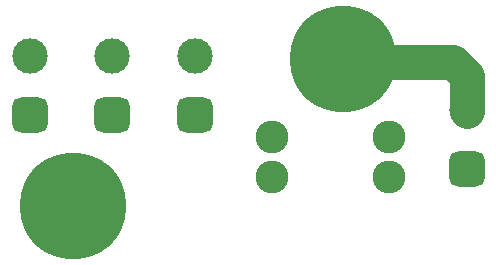
<source format=gbr>
%TF.GenerationSoftware,KiCad,Pcbnew,8.0.5*%
%TF.CreationDate,2024-12-06T12:49:07-05:00*%
%TF.ProjectId,RailsidePDB,5261696c-7369-4646-9550-44422e6b6963,rev?*%
%TF.SameCoordinates,Original*%
%TF.FileFunction,Copper,L1,Top*%
%TF.FilePolarity,Positive*%
%FSLAX46Y46*%
G04 Gerber Fmt 4.6, Leading zero omitted, Abs format (unit mm)*
G04 Created by KiCad (PCBNEW 8.0.5) date 2024-12-06 12:49:07*
%MOMM*%
%LPD*%
G01*
G04 APERTURE LIST*
G04 Aperture macros list*
%AMRoundRect*
0 Rectangle with rounded corners*
0 $1 Rounding radius*
0 $2 $3 $4 $5 $6 $7 $8 $9 X,Y pos of 4 corners*
0 Add a 4 corners polygon primitive as box body*
4,1,4,$2,$3,$4,$5,$6,$7,$8,$9,$2,$3,0*
0 Add four circle primitives for the rounded corners*
1,1,$1+$1,$2,$3*
1,1,$1+$1,$4,$5*
1,1,$1+$1,$6,$7*
1,1,$1+$1,$8,$9*
0 Add four rect primitives between the rounded corners*
20,1,$1+$1,$2,$3,$4,$5,0*
20,1,$1+$1,$4,$5,$6,$7,0*
20,1,$1+$1,$6,$7,$8,$9,0*
20,1,$1+$1,$8,$9,$2,$3,0*%
G04 Aperture macros list end*
%TA.AperFunction,WasherPad*%
%ADD10C,9.000000*%
%TD*%
%TA.AperFunction,ComponentPad*%
%ADD11RoundRect,0.750000X0.750000X-0.750000X0.750000X0.750000X-0.750000X0.750000X-0.750000X-0.750000X0*%
%TD*%
%TA.AperFunction,ComponentPad*%
%ADD12C,3.000000*%
%TD*%
%TA.AperFunction,ComponentPad*%
%ADD13C,2.780000*%
%TD*%
%TA.AperFunction,Conductor*%
%ADD14C,3.000000*%
%TD*%
%TA.AperFunction,Conductor*%
%ADD15C,1.500000*%
%TD*%
G04 APERTURE END LIST*
D10*
%TO.P,,*%
%TO.N,*%
X75150000Y-79125000D03*
%TD*%
%TO.P,,*%
%TO.N,*%
X98025000Y-66750000D03*
%TD*%
D11*
%TO.P,BT2,1,+*%
%TO.N,Net-(BT1-+)*%
X78500000Y-71500000D03*
D12*
%TO.P,BT2,2,-*%
%TO.N,Net-(BT1--)*%
X78500000Y-66500000D03*
%TD*%
D11*
%TO.P,BT3,1,+*%
%TO.N,Net-(BT1-+)*%
X71500000Y-71500000D03*
D12*
%TO.P,BT3,2,-*%
%TO.N,Net-(BT1--)*%
X71500000Y-66500000D03*
%TD*%
D11*
%TO.P,BT4,1,+*%
%TO.N,Net-(BT1-+)*%
X108500000Y-76000000D03*
D12*
%TO.P,BT4,2,-*%
%TO.N,Net-(BT4--)*%
X108500000Y-71000000D03*
%TD*%
D13*
%TO.P,Fuse,1*%
%TO.N,Net-(BT1--)*%
X92040000Y-73300000D03*
X92040000Y-76700000D03*
%TO.P,Fuse,2*%
%TO.N,Net-(SW1-A)*%
X101960000Y-73300000D03*
X101960000Y-76700000D03*
%TD*%
D11*
%TO.P,BT1,1,+*%
%TO.N,Net-(BT1-+)*%
X85500000Y-71500000D03*
D12*
%TO.P,BT1,2,-*%
%TO.N,Net-(BT1--)*%
X85500000Y-66500000D03*
%TD*%
D14*
%TO.N,Net-(BT4--)*%
X107340000Y-67000000D02*
X98975000Y-67000000D01*
X108500000Y-68160000D02*
X107340000Y-67000000D01*
X98975000Y-67000000D02*
X98625000Y-66650000D01*
X108500000Y-71110000D02*
X108500000Y-68160000D01*
D15*
%TO.N,Net-(BT1-+)*%
X85275000Y-70775000D02*
X85500000Y-71000000D01*
%TD*%
M02*

</source>
